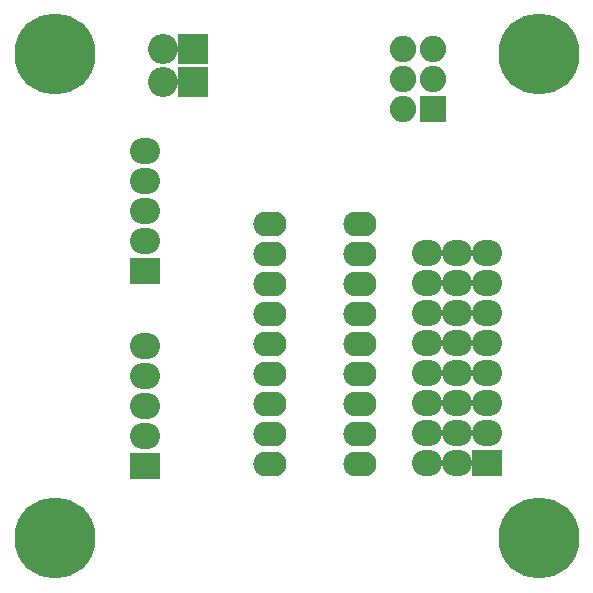
<source format=gbs>
G04 #@! TF.FileFunction,Soldermask,Bot*
%FSLAX46Y46*%
G04 Gerber Fmt 4.6, Leading zero omitted, Abs format (unit mm)*
G04 Created by KiCad (PCBNEW (after 2015-mar-04 BZR unknown)-product) date 1/1/2016 2:42:15 PM*
%MOMM*%
G01*
G04 APERTURE LIST*
%ADD10C,0.150000*%
%ADD11O,2.808000X2.108000*%
%ADD12C,6.858000*%
%ADD13R,2.540000X2.540000*%
%ADD14O,2.540000X2.540000*%
%ADD15R,2.235200X2.235200*%
%ADD16O,2.235200X2.235200*%
%ADD17R,2.540000X2.235200*%
%ADD18O,2.540000X2.235200*%
G04 APERTURE END LIST*
D10*
D11*
X22225000Y-18415000D03*
X22225000Y-20955000D03*
X22225000Y-23495000D03*
X22225000Y-26035000D03*
X22225000Y-28575000D03*
X22225000Y-31115000D03*
X22225000Y-33655000D03*
X22225000Y-36195000D03*
X22225000Y-38735000D03*
X29845000Y-38735000D03*
X29845000Y-36195000D03*
X29845000Y-33655000D03*
X29845000Y-31115000D03*
X29845000Y-28575000D03*
X29845000Y-26035000D03*
X29845000Y-23495000D03*
X29845000Y-20955000D03*
X29845000Y-18415000D03*
D12*
X4000000Y-45000000D03*
X4000000Y-4000000D03*
X45000000Y-45000000D03*
X45000000Y-4000000D03*
D13*
X15748000Y-3556000D03*
D14*
X13208000Y-3556000D03*
D13*
X15748000Y-6350000D03*
D14*
X13208000Y-6350000D03*
D15*
X36068000Y-8636000D03*
D16*
X33528000Y-8636000D03*
X36068000Y-6096000D03*
X33528000Y-6096000D03*
X36068000Y-3556000D03*
X33528000Y-3556000D03*
D17*
X11684000Y-22352000D03*
D18*
X11684000Y-19812000D03*
X11684000Y-17272000D03*
X11684000Y-14732000D03*
X11684000Y-12192000D03*
D17*
X11684000Y-38862000D03*
D18*
X11684000Y-36322000D03*
X11684000Y-33782000D03*
X11684000Y-31242000D03*
X11684000Y-28702000D03*
D17*
X40640000Y-38608000D03*
D18*
X38100000Y-38608000D03*
X35560000Y-38608000D03*
X40640000Y-36068000D03*
X38100000Y-36068000D03*
X35560000Y-36068000D03*
X40640000Y-33528000D03*
X38100000Y-33528000D03*
X35560000Y-33528000D03*
X40640000Y-30988000D03*
X38100000Y-30988000D03*
X35560000Y-30988000D03*
X40640000Y-28448000D03*
X38100000Y-28448000D03*
X35560000Y-28448000D03*
X40640000Y-25908000D03*
X38100000Y-25908000D03*
X35560000Y-25908000D03*
X40640000Y-23368000D03*
X38100000Y-23368000D03*
X35560000Y-23368000D03*
X40640000Y-20828000D03*
X38100000Y-20828000D03*
X35560000Y-20828000D03*
M02*

</source>
